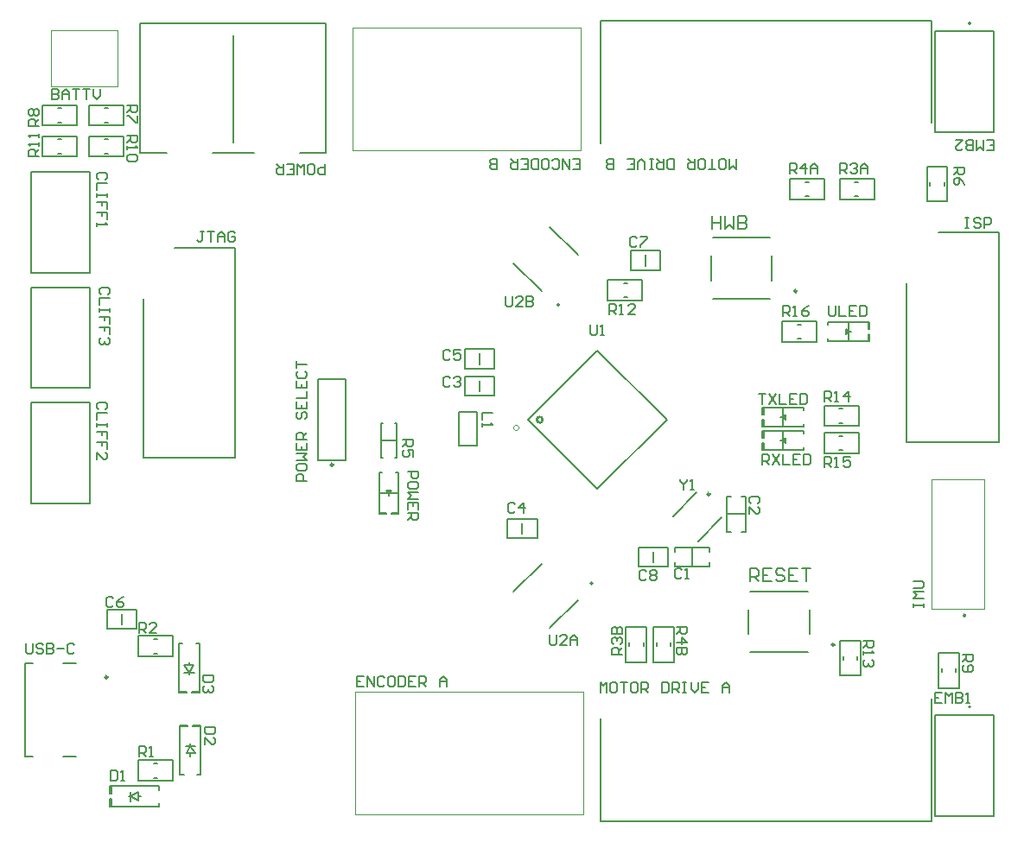
<source format=gto>
G04*
G04 #@! TF.GenerationSoftware,Altium Limited,Altium Designer,25.6.2 (33)*
G04*
G04 Layer_Color=65535*
%FSLAX25Y25*%
%MOIN*%
G70*
G04*
G04 #@! TF.SameCoordinates,CE49FCD3-F284-452D-968F-53FA369C6713*
G04*
G04*
G04 #@! TF.FilePolarity,Positive*
G04*
G01*
G75*
%ADD10C,0.00787*%
%ADD11C,0.00984*%
%ADD12C,0.01000*%
%ADD13C,0.00000*%
%ADD14C,0.00394*%
%ADD15C,0.00591*%
%ADD16C,0.00600*%
%ADD17C,0.00500*%
%ADD18C,0.00800*%
D10*
X367894Y310480D02*
G03*
X367894Y310480I-394J0D01*
G01*
X209224Y201836D02*
G03*
X209224Y201836I-394J0D01*
G01*
X222058Y94330D02*
G03*
X222058Y94330I-394J0D01*
G01*
X367961Y46638D02*
G03*
X367961Y46638I-394J0D01*
G01*
X355500Y229961D02*
X378807D01*
Y148858D02*
Y229961D01*
X343177Y148858D02*
X378807D01*
X343177D02*
Y210000D01*
X352937Y272051D02*
Y311421D01*
X225063D02*
X352937D01*
X225063Y264177D02*
Y311421D01*
X75626Y260500D02*
X91374D01*
X83500Y264437D02*
Y305776D01*
X109091Y260500D02*
X119327D01*
Y310500D01*
X47673D02*
X119327D01*
X47673Y260500D02*
Y310500D01*
Y260500D02*
X57910D01*
X5649Y169669D02*
Y208646D01*
X28288D01*
Y169669D02*
Y208646D01*
X5649Y169669D02*
X28288D01*
X5649Y125169D02*
Y164146D01*
X28288D01*
Y125169D02*
Y164146D01*
X5649Y125169D02*
X28288D01*
X5649Y214169D02*
Y253146D01*
X28288D01*
Y214169D02*
Y253146D01*
X5649Y214169D02*
X28288D01*
X61000Y223961D02*
X84307D01*
Y142858D02*
Y223961D01*
X48677Y142858D02*
X84307D01*
X48677D02*
Y204000D01*
X116205Y173091D02*
X126795D01*
X116205Y141909D02*
Y173091D01*
Y141909D02*
X126795D01*
Y173091D01*
X262778Y110535D02*
X271965Y119722D01*
X253035Y120278D02*
X262222Y129465D01*
X291311Y211177D02*
Y220823D01*
X268378Y227811D02*
X290622D01*
X267689Y211177D02*
Y220823D01*
X268378Y204189D02*
X290622D01*
X305811Y74677D02*
Y84323D01*
X282878Y91311D02*
X305122D01*
X282189Y74677D02*
Y84323D01*
X282878Y67689D02*
X305122D01*
X225063Y2630D02*
Y42000D01*
Y2630D02*
X352937D01*
Y49874D01*
X66500Y62681D02*
Y63862D01*
Y59138D02*
Y59925D01*
X64531Y62681D02*
X68075D01*
X64531D02*
X66500Y59925D01*
X68075Y62681D01*
X64531Y59925D02*
X68468D01*
X46681Y12000D02*
X47862D01*
X43138D02*
X43925D01*
X46681Y10425D02*
Y13969D01*
X43925Y12000D02*
X46681Y13969D01*
X43925Y12000D02*
X46681Y10425D01*
X43925Y10031D02*
Y13969D01*
X67000Y27638D02*
Y28819D01*
Y31575D02*
Y32362D01*
X65425Y28819D02*
X68968D01*
X67000Y31575D02*
X68968Y28819D01*
X65425D02*
X67000Y31575D01*
X65031D02*
X68968D01*
X17779Y63492D02*
X22701D01*
X3311D02*
X6165D01*
X3311Y27508D02*
Y63492D01*
X17779Y27508D02*
X22701D01*
X3311D02*
X6165D01*
D11*
X121992Y140138D02*
G03*
X121992Y140138I-492J0D01*
G01*
X267307Y128769D02*
G03*
X267307Y128769I-492J0D01*
G01*
X300858Y207142D02*
G03*
X300858Y207142I-492J0D01*
G01*
X315358Y70642D02*
G03*
X315358Y70642I-492J0D01*
G01*
X35004Y58079D02*
G03*
X35004Y58079I-492J0D01*
G01*
D12*
X365800Y82000D02*
G03*
X365800Y82000I-300J0D01*
G01*
X202842Y157500D02*
G03*
X202842Y157500I-1113J0D01*
G01*
D13*
X193681Y154298D02*
G03*
X193681Y154298I-1000J0D01*
G01*
D14*
X129563Y261626D02*
X217437D01*
X129563D02*
Y308870D01*
X217437D01*
Y261626D02*
Y308870D01*
X38795Y286213D02*
Y307787D01*
X13205Y286213D02*
X38795D01*
X13205D02*
Y307787D01*
X38795D01*
X352961Y84598D02*
X373039D01*
X352961D02*
Y134402D01*
X373039D01*
Y84598D02*
Y134402D01*
X130563Y52374D02*
X218437D01*
Y5130D02*
Y52374D01*
X130563Y5130D02*
X218437D01*
X130563D02*
Y52374D01*
D15*
X294634Y149500D02*
X295634D01*
X296634Y148500D02*
Y150500D01*
X295634Y145957D02*
Y153043D01*
X288134Y150500D02*
Y153043D01*
X303634D01*
Y152256D02*
Y153043D01*
X288134Y145957D02*
Y148500D01*
Y145957D02*
X303634D01*
Y146744D01*
X287634Y150500D02*
X288134D01*
X287634D02*
Y153043D01*
X288134D01*
X287634Y145957D02*
X288134D01*
X287634D02*
Y148500D01*
X288134D01*
X295634Y149500D02*
X296634Y148500D01*
X295634Y149500D02*
X296634Y150500D01*
X294634Y158500D02*
X295634D01*
X296634Y157500D02*
Y159500D01*
X295634Y154957D02*
Y162043D01*
X288134Y159500D02*
Y162043D01*
X303634D01*
Y161256D02*
Y162043D01*
X288134Y154957D02*
Y157500D01*
Y154957D02*
X303634D01*
Y155744D01*
X287634Y159500D02*
X288134D01*
X287634D02*
Y162043D01*
X288134D01*
X287634Y154957D02*
X288134D01*
X287634D02*
Y157500D01*
X288134D01*
X295634Y158500D02*
X296634Y157500D01*
X295634Y158500D02*
X296634Y159500D01*
X321000Y191500D02*
X322000D01*
X320000Y190500D02*
Y192500D01*
X321000Y187957D02*
Y195043D01*
X328500Y187957D02*
Y190500D01*
X313000Y187957D02*
X328500D01*
X313000D02*
Y188744D01*
X328500Y192500D02*
Y195043D01*
X313000D02*
X328500D01*
X313000Y194256D02*
Y195043D01*
X328500Y190500D02*
X329000D01*
Y187957D02*
Y190500D01*
X328500Y187957D02*
X329000D01*
X328500Y195043D02*
X329000D01*
Y192500D02*
Y195043D01*
X328500Y192500D02*
X329000D01*
X320000D02*
X321000Y191500D01*
X320000Y190500D02*
X321000Y191500D01*
X140350Y142807D02*
X141138D01*
X140350D02*
Y156193D01*
X141138D01*
X145862Y142807D02*
X146650D01*
Y156193D01*
X145862D02*
X146650D01*
X140350Y149500D02*
X146650D01*
X139957Y129000D02*
X147043D01*
X139957Y121500D02*
X142500D01*
X139957D02*
Y137000D01*
X140744D01*
X144500Y121500D02*
X147043D01*
Y137000D01*
X146256D02*
X147043D01*
X142500Y121000D02*
Y121500D01*
X139957Y121000D02*
X142500D01*
X139957D02*
Y121500D01*
X147043Y121000D02*
Y121500D01*
X144500Y121000D02*
X147043D01*
X144500D02*
Y121500D01*
X143500Y128000D02*
Y129000D01*
X142500Y130000D02*
X144500D01*
X143500Y129000D02*
X144500Y130000D01*
X142500D02*
X143500Y129000D01*
X273957Y121000D02*
X281043D01*
X273957Y127693D02*
X275532D01*
X273957Y114307D02*
Y127693D01*
Y114307D02*
X275532D01*
X279468D02*
X281043D01*
Y127693D01*
X279468D02*
X281043D01*
X260500Y100957D02*
Y108043D01*
X267193Y106468D02*
Y108043D01*
X253807D02*
X267193D01*
X253807Y106468D02*
Y108043D01*
Y100957D02*
Y102532D01*
Y100957D02*
X267193D01*
Y102532D01*
X62500Y71000D02*
X63842D01*
X69157D02*
X70500D01*
X62500Y52500D02*
Y71000D01*
X70500Y52500D02*
Y71000D01*
X62500Y52500D02*
X65500D01*
Y52000D02*
Y52500D01*
X62500Y52000D02*
X65500D01*
X62500D02*
Y52500D01*
X70500Y52000D02*
Y52500D01*
X67500Y52000D02*
X70500D01*
X67500D02*
Y52500D01*
X70500D01*
X55000Y14658D02*
Y16000D01*
Y8000D02*
Y9342D01*
X36500Y16000D02*
X55000D01*
X36500Y8000D02*
X55000D01*
X36500Y13000D02*
Y16000D01*
X36000Y13000D02*
X36500D01*
X36000D02*
Y16000D01*
X36500D01*
X36000Y8000D02*
X36500D01*
X36000D02*
Y11000D01*
X36500D01*
Y8000D02*
Y11000D01*
X69657Y20500D02*
X71000D01*
X63000D02*
X64342D01*
X71000D02*
Y39000D01*
X63000Y20500D02*
Y39000D01*
X68000D02*
X71000D01*
X68000D02*
Y39500D01*
X71000D01*
Y39000D02*
Y39500D01*
X63000Y39000D02*
Y39500D01*
X66000D01*
Y39000D02*
Y39500D01*
X63000Y39000D02*
X66000D01*
D16*
X311400Y144500D02*
Y152400D01*
Y144500D02*
X324800D01*
Y152400D01*
X311400D02*
X324800D01*
X311400Y155000D02*
Y162900D01*
Y155000D02*
X324800D01*
Y162900D01*
X311400D02*
X324800D01*
X308600Y187600D02*
Y195500D01*
X295200D02*
X308600D01*
X295200Y187600D02*
Y195500D01*
Y187600D02*
X308600D01*
X248300Y215300D02*
Y222700D01*
X236700D02*
X248300D01*
X236700Y215300D02*
Y222700D01*
Y215300D02*
X248300D01*
X242500Y216933D02*
Y221067D01*
X241340Y203600D02*
Y211500D01*
X227940D02*
X241340D01*
X227940Y203600D02*
Y211500D01*
Y203600D02*
X241340D01*
X351100Y241900D02*
X359000D01*
Y255300D01*
X351100D02*
X359000D01*
X351100Y241900D02*
Y255300D01*
X317400Y242500D02*
Y250400D01*
Y242500D02*
X330800D01*
Y250400D01*
X317400D02*
X330800D01*
X311600Y242500D02*
Y250400D01*
X298200D02*
X311600D01*
X298200Y242500D02*
Y250400D01*
Y242500D02*
X311600D01*
X27900Y259000D02*
Y266900D01*
Y259000D02*
X41300D01*
Y266900D01*
X27900D02*
X41300D01*
X27900Y271000D02*
Y278900D01*
Y271000D02*
X41300D01*
Y278900D01*
X27900D02*
X41300D01*
X9900Y271000D02*
Y278900D01*
Y271000D02*
X23300D01*
Y278900D01*
X9900D02*
X23300D01*
X9900Y259000D02*
Y266900D01*
Y259000D02*
X23300D01*
Y266900D01*
X9900D02*
X23300D01*
X172700Y166800D02*
Y174200D01*
Y166800D02*
X184300D01*
Y174200D01*
X172700D02*
X184300D01*
X178500Y168433D02*
Y172567D01*
X172700Y177300D02*
Y184700D01*
Y177300D02*
X184300D01*
Y184700D01*
X172700D02*
X184300D01*
X178500Y178933D02*
Y183067D01*
X189200Y111800D02*
Y119200D01*
Y111800D02*
X200800D01*
Y119200D01*
X189200D02*
X200800D01*
X195000Y113433D02*
Y117567D01*
X251300Y100800D02*
Y108200D01*
X239700D02*
X251300D01*
X239700Y100800D02*
Y108200D01*
Y100800D02*
X251300D01*
X245500Y102433D02*
Y106567D01*
X355500Y67360D02*
X363400D01*
X355500Y53960D02*
Y67360D01*
Y53960D02*
X363400D01*
Y67360D01*
X317500Y72100D02*
X325400D01*
X317500Y58700D02*
Y72100D01*
Y58700D02*
X325400D01*
Y72100D01*
X235000Y77360D02*
X242900D01*
X235000Y63960D02*
Y77360D01*
Y63960D02*
X242900D01*
Y77360D01*
X245500D02*
X253400D01*
X245500Y63960D02*
Y77360D01*
Y63960D02*
X253400D01*
Y77360D01*
X46300Y76800D02*
Y84200D01*
X34700D02*
X46300D01*
X34700Y76800D02*
Y84200D01*
Y76800D02*
X46300D01*
X40500Y78433D02*
Y82567D01*
X60100Y66100D02*
Y74000D01*
X46700D02*
X60100D01*
X46700Y66100D02*
Y74000D01*
Y66100D02*
X60100D01*
Y18100D02*
Y26000D01*
X46700D02*
X60100D01*
X46700Y18100D02*
Y26000D01*
Y18100D02*
X60100D01*
X214662Y254001D02*
X217328D01*
Y257999D01*
X214662D01*
X217328Y256000D02*
X215995D01*
X213329Y257999D02*
Y254001D01*
X210663Y257999D01*
Y254001D01*
X206664Y254667D02*
X207331Y254001D01*
X208664D01*
X209330Y254667D01*
Y257333D01*
X208664Y257999D01*
X207331D01*
X206664Y257333D01*
X203332Y254001D02*
X204665D01*
X205332Y254667D01*
Y257333D01*
X204665Y257999D01*
X203332D01*
X202666Y257333D01*
Y254667D01*
X203332Y254001D01*
X201333D02*
Y257999D01*
X199334D01*
X198667Y257333D01*
Y254667D01*
X199334Y254001D01*
X201333D01*
X194668D02*
X197334D01*
Y257999D01*
X194668D01*
X197334Y256000D02*
X196001D01*
X193335Y257999D02*
Y254001D01*
X191336D01*
X190670Y254667D01*
Y256000D01*
X191336Y256666D01*
X193335D01*
X192003D02*
X190670Y257999D01*
X185338Y254001D02*
Y257999D01*
X183339D01*
X182672Y257333D01*
Y256666D01*
X183339Y256000D01*
X185338D01*
X183339D01*
X182672Y255334D01*
Y254667D01*
X183339Y254001D01*
X185338D01*
X287670Y140001D02*
Y143999D01*
X289669D01*
X290335Y143333D01*
Y142000D01*
X289669Y141333D01*
X287670D01*
X289003D02*
X290335Y140001D01*
X291668Y143999D02*
X294334Y140001D01*
Y143999D02*
X291668Y140001D01*
X295667Y143999D02*
Y140001D01*
X298333D01*
X302332Y143999D02*
X299666D01*
Y140001D01*
X302332D01*
X299666Y142000D02*
X300999D01*
X303664Y143999D02*
Y140001D01*
X305664D01*
X306330Y140667D01*
Y143333D01*
X305664Y143999D01*
X303664D01*
X286170Y167499D02*
X288836D01*
X287503D01*
Y163501D01*
X290168Y167499D02*
X292834Y163501D01*
Y167499D02*
X290168Y163501D01*
X294167Y167499D02*
Y163501D01*
X296833D01*
X300832Y167499D02*
X298166D01*
Y163501D01*
X300832D01*
X298166Y165500D02*
X299499D01*
X302165Y167499D02*
Y163501D01*
X304164D01*
X304830Y164167D01*
Y166833D01*
X304164Y167499D01*
X302165D01*
X311502Y139001D02*
Y142999D01*
X313501D01*
X314167Y142333D01*
Y141000D01*
X313501Y140333D01*
X311502D01*
X312835D02*
X314167Y139001D01*
X315500D02*
X316833D01*
X316167D01*
Y142999D01*
X315500Y142333D01*
X321498Y142999D02*
X318833D01*
Y141000D01*
X320165Y141666D01*
X320832D01*
X321498Y141000D01*
Y139667D01*
X320832Y139001D01*
X319499D01*
X318833Y139667D01*
X311502Y164501D02*
Y168499D01*
X313501D01*
X314167Y167833D01*
Y166500D01*
X313501Y165833D01*
X311502D01*
X312835D02*
X314167Y164501D01*
X315500D02*
X316833D01*
X316167D01*
Y168499D01*
X315500Y167833D01*
X320832Y164501D02*
Y168499D01*
X318833Y166500D01*
X321498D01*
X313169Y201499D02*
Y198167D01*
X313836Y197501D01*
X315168D01*
X315835Y198167D01*
Y201499D01*
X317168D02*
Y197501D01*
X319834D01*
X323832Y201499D02*
X321166D01*
Y197501D01*
X323832D01*
X321166Y199500D02*
X322499D01*
X325165Y201499D02*
Y197501D01*
X327165D01*
X327831Y198167D01*
Y200833D01*
X327165Y201499D01*
X325165D01*
X295502Y197501D02*
Y201499D01*
X297501D01*
X298167Y200833D01*
Y199500D01*
X297501Y198834D01*
X295502D01*
X296834D02*
X298167Y197501D01*
X299500D02*
X300833D01*
X300167D01*
Y201499D01*
X299500Y200833D01*
X305498Y201499D02*
X304166Y200833D01*
X302833Y199500D01*
Y198167D01*
X303499Y197501D01*
X304832D01*
X305498Y198167D01*
Y198834D01*
X304832Y199500D01*
X302833D01*
X366002Y235499D02*
X367335D01*
X366668D01*
Y231501D01*
X366002D01*
X367335D01*
X372000Y234833D02*
X371333Y235499D01*
X370000D01*
X369334Y234833D01*
Y234166D01*
X370000Y233500D01*
X371333D01*
X372000Y232834D01*
Y232167D01*
X371333Y231501D01*
X370000D01*
X369334Y232167D01*
X373333Y231501D02*
Y235499D01*
X375332D01*
X375998Y234833D01*
Y233500D01*
X375332Y232834D01*
X373333D01*
X239334Y227333D02*
X238667Y227999D01*
X237334D01*
X236668Y227333D01*
Y224667D01*
X237334Y224001D01*
X238667D01*
X239334Y224667D01*
X240667Y227999D02*
X243332D01*
Y227333D01*
X240667Y224667D01*
Y224001D01*
X228502Y198001D02*
Y201999D01*
X230501D01*
X231167Y201333D01*
Y200000D01*
X230501Y199334D01*
X228502D01*
X229835D02*
X231167Y198001D01*
X232500D02*
X233833D01*
X233167D01*
Y201999D01*
X232500Y201333D01*
X238498Y198001D02*
X235833D01*
X238498Y200666D01*
Y201333D01*
X237832Y201999D01*
X236499D01*
X235833Y201333D01*
X361501Y254832D02*
X365499D01*
Y252833D01*
X364833Y252166D01*
X363500D01*
X362834Y252833D01*
Y254832D01*
Y253499D02*
X361501Y252166D01*
X365499Y248168D02*
X364833Y249501D01*
X363500Y250834D01*
X362167D01*
X361501Y250167D01*
Y248834D01*
X362167Y248168D01*
X362834D01*
X363500Y248834D01*
Y250834D01*
X374165Y261501D02*
X376831D01*
Y265499D01*
X374165D01*
X376831Y263500D02*
X375498D01*
X372832Y265499D02*
Y261501D01*
X371499Y262834D01*
X370166Y261501D01*
Y265499D01*
X368833Y261501D02*
Y265499D01*
X366834D01*
X366168Y264833D01*
Y264166D01*
X366834Y263500D01*
X368833D01*
X366834D01*
X366168Y262834D01*
Y262167D01*
X366834Y261501D01*
X368833D01*
X362169Y265499D02*
X364835D01*
X362169Y262834D01*
Y262167D01*
X362836Y261501D01*
X364168D01*
X364835Y262167D01*
X317668Y252501D02*
Y256499D01*
X319668D01*
X320334Y255833D01*
Y254500D01*
X319668Y253834D01*
X317668D01*
X319001D02*
X320334Y252501D01*
X321667Y255833D02*
X322334Y256499D01*
X323666D01*
X324333Y255833D01*
Y255166D01*
X323666Y254500D01*
X323000D01*
X323666D01*
X324333Y253834D01*
Y253167D01*
X323666Y252501D01*
X322334D01*
X321667Y253167D01*
X325666Y252501D02*
Y255166D01*
X326999Y256499D01*
X328332Y255166D01*
Y252501D01*
Y254500D01*
X325666D01*
X298168Y252501D02*
Y256499D01*
X300168D01*
X300834Y255833D01*
Y254500D01*
X300168Y253834D01*
X298168D01*
X299501D02*
X300834Y252501D01*
X304166D02*
Y256499D01*
X302167Y254500D01*
X304833D01*
X306166Y252501D02*
Y255166D01*
X307499Y256499D01*
X308832Y255166D01*
Y252501D01*
Y254500D01*
X306166D01*
X277492Y257999D02*
Y254001D01*
X276159Y255334D01*
X274826Y254001D01*
Y257999D01*
X271494Y254001D02*
X272827D01*
X273493Y254667D01*
Y257333D01*
X272827Y257999D01*
X271494D01*
X270827Y257333D01*
Y254667D01*
X271494Y254001D01*
X269495D02*
X266829D01*
X268162D01*
Y257999D01*
X263496Y254001D02*
X264829D01*
X265496Y254667D01*
Y257333D01*
X264829Y257999D01*
X263496D01*
X262830Y257333D01*
Y254667D01*
X263496Y254001D01*
X261497Y257999D02*
Y254001D01*
X259498D01*
X258831Y254667D01*
Y256000D01*
X259498Y256666D01*
X261497D01*
X260164D02*
X258831Y257999D01*
X253500Y254001D02*
Y257999D01*
X251500D01*
X250834Y257333D01*
Y254667D01*
X251500Y254001D01*
X253500D01*
X249501Y257999D02*
Y254001D01*
X247502D01*
X246835Y254667D01*
Y256000D01*
X247502Y256666D01*
X249501D01*
X248168D02*
X246835Y257999D01*
X245502Y254001D02*
X244169D01*
X244836D01*
Y257999D01*
X245502D01*
X244169D01*
X242170Y254001D02*
Y256666D01*
X240837Y257999D01*
X239504Y256666D01*
Y254001D01*
X235506D02*
X238171D01*
Y257999D01*
X235506D01*
X238171Y256000D02*
X236838D01*
X230174Y254001D02*
Y257999D01*
X228174D01*
X227508Y257333D01*
Y256666D01*
X228174Y256000D01*
X230174D01*
X228174D01*
X227508Y255334D01*
Y254667D01*
X228174Y254001D01*
X230174D01*
X118830Y255999D02*
Y252001D01*
X116831D01*
X116165Y252667D01*
Y254000D01*
X116831Y254666D01*
X118830D01*
X112832Y252001D02*
X114165D01*
X114832Y252667D01*
Y255333D01*
X114165Y255999D01*
X112832D01*
X112166Y255333D01*
Y252667D01*
X112832Y252001D01*
X110833D02*
Y255999D01*
X109500Y254666D01*
X108167Y255999D01*
Y252001D01*
X104168D02*
X106834D01*
Y255999D01*
X104168D01*
X106834Y254000D02*
X105501D01*
X102836Y255999D02*
Y252001D01*
X100836D01*
X100170Y252667D01*
Y254000D01*
X100836Y254666D01*
X102836D01*
X101503D02*
X100170Y255999D01*
X13670Y284999D02*
Y281001D01*
X15669D01*
X16335Y281667D01*
Y282334D01*
X15669Y283000D01*
X13670D01*
X15669D01*
X16335Y283666D01*
Y284333D01*
X15669Y284999D01*
X13670D01*
X17668Y281001D02*
Y283666D01*
X19001Y284999D01*
X20334Y283666D01*
Y281001D01*
Y283000D01*
X17668D01*
X21667Y284999D02*
X24333D01*
X23000D01*
Y281001D01*
X25666Y284999D02*
X28332D01*
X26999D01*
Y281001D01*
X29664Y284999D02*
Y282334D01*
X30997Y281001D01*
X32330Y282334D01*
Y284999D01*
X42501Y266998D02*
X46499D01*
Y264999D01*
X45833Y264333D01*
X44500D01*
X43834Y264999D01*
Y266998D01*
Y265666D02*
X42501Y264333D01*
Y263000D02*
Y261667D01*
Y262333D01*
X46499D01*
X45833Y263000D01*
Y259667D02*
X46499Y259001D01*
Y257668D01*
X45833Y257002D01*
X43167D01*
X42501Y257668D01*
Y259001D01*
X43167Y259667D01*
X45833D01*
X42501Y278832D02*
X46499D01*
Y276833D01*
X45833Y276166D01*
X44500D01*
X43834Y276833D01*
Y278832D01*
Y277499D02*
X42501Y276166D01*
X46499Y274833D02*
Y272168D01*
X45833D01*
X43167Y274833D01*
X42501D01*
X8499Y270668D02*
X4501D01*
Y272667D01*
X5167Y273334D01*
X6500D01*
X7166Y272667D01*
Y270668D01*
Y272001D02*
X8499Y273334D01*
X5167Y274667D02*
X4501Y275333D01*
Y276666D01*
X5167Y277332D01*
X5834D01*
X6500Y276666D01*
X7166Y277332D01*
X7833D01*
X8499Y276666D01*
Y275333D01*
X7833Y274667D01*
X7166D01*
X6500Y275333D01*
X5834Y274667D01*
X5167D01*
X6500Y275333D02*
Y276666D01*
X8499Y259168D02*
X4501D01*
Y261167D01*
X5167Y261834D01*
X6500D01*
X7166Y261167D01*
Y259168D01*
Y260501D02*
X8499Y261834D01*
Y263167D02*
Y264500D01*
Y263833D01*
X4501D01*
X5167Y263167D01*
X8499Y266499D02*
Y267832D01*
Y267165D01*
X4501D01*
X5167Y266499D01*
X35333Y205831D02*
X35999Y206497D01*
Y207830D01*
X35333Y208496D01*
X32667D01*
X32001Y207830D01*
Y206497D01*
X32667Y205831D01*
X35999Y204498D02*
X32001D01*
Y201832D01*
X35999Y200499D02*
Y199166D01*
Y199833D01*
X32001D01*
Y200499D01*
Y199166D01*
X35999Y194501D02*
Y197167D01*
X34000D01*
Y195834D01*
Y197167D01*
X32001D01*
X35999Y190502D02*
Y193168D01*
X34000D01*
Y191835D01*
Y193168D01*
X32001D01*
X35333Y189169D02*
X35999Y188503D01*
Y187170D01*
X35333Y186504D01*
X34666D01*
X34000Y187170D01*
Y187836D01*
Y187170D01*
X33334Y186504D01*
X32667D01*
X32001Y187170D01*
Y188503D01*
X32667Y189169D01*
X34333Y161331D02*
X34999Y161997D01*
Y163330D01*
X34333Y163997D01*
X31667D01*
X31001Y163330D01*
Y161997D01*
X31667Y161331D01*
X34999Y159998D02*
X31001D01*
Y157332D01*
X34999Y155999D02*
Y154666D01*
Y155333D01*
X31001D01*
Y155999D01*
Y154666D01*
X34999Y150001D02*
Y152667D01*
X33000D01*
Y151334D01*
Y152667D01*
X31001D01*
X34999Y146002D02*
Y148668D01*
X33000D01*
Y147335D01*
Y148668D01*
X31001D01*
Y142004D02*
Y144669D01*
X33666Y142004D01*
X34333D01*
X34999Y142670D01*
Y144003D01*
X34333Y144669D01*
Y250164D02*
X34999Y250831D01*
Y252164D01*
X34333Y252830D01*
X31667D01*
X31001Y252164D01*
Y250831D01*
X31667Y250164D01*
X34999Y248831D02*
X31001D01*
Y246165D01*
X34999Y244833D02*
Y243500D01*
Y244166D01*
X31001D01*
Y244833D01*
Y243500D01*
X34999Y238835D02*
Y241500D01*
X33000D01*
Y240167D01*
Y241500D01*
X31001D01*
X34999Y234836D02*
Y237502D01*
X33000D01*
Y236169D01*
Y237502D01*
X31001D01*
Y233503D02*
Y232170D01*
Y232837D01*
X34999D01*
X34333Y233503D01*
X188668Y204999D02*
Y201667D01*
X189335Y201001D01*
X190668D01*
X191334Y201667D01*
Y204999D01*
X195333Y201001D02*
X192667D01*
X195333Y203666D01*
Y204333D01*
X194667Y204999D01*
X193333D01*
X192667Y204333D01*
X196666Y204999D02*
Y201001D01*
X198665D01*
X199332Y201667D01*
Y202333D01*
X198665Y203000D01*
X196666D01*
X198665D01*
X199332Y203666D01*
Y204333D01*
X198665Y204999D01*
X196666D01*
X72335Y229999D02*
X71002D01*
X71668D01*
Y226667D01*
X71002Y226001D01*
X70336D01*
X69669Y226667D01*
X73668Y229999D02*
X76334D01*
X75001D01*
Y226001D01*
X77666D02*
Y228666D01*
X78999Y229999D01*
X80332Y228666D01*
Y226001D01*
Y228000D01*
X77666D01*
X84331Y229333D02*
X83665Y229999D01*
X82332D01*
X81665Y229333D01*
Y226667D01*
X82332Y226001D01*
X83665D01*
X84331Y226667D01*
Y228000D01*
X82998D01*
X167333Y173333D02*
X166667Y173999D01*
X165334D01*
X164668Y173333D01*
Y170667D01*
X165334Y170001D01*
X166667D01*
X167333Y170667D01*
X168667Y173333D02*
X169333Y173999D01*
X170666D01*
X171332Y173333D01*
Y172667D01*
X170666Y172000D01*
X169999D01*
X170666D01*
X171332Y171334D01*
Y170667D01*
X170666Y170001D01*
X169333D01*
X168667Y170667D01*
X167333Y183833D02*
X166667Y184499D01*
X165334D01*
X164668Y183833D01*
Y181167D01*
X165334Y180501D01*
X166667D01*
X167333Y181167D01*
X171332Y184499D02*
X168667D01*
Y182500D01*
X169999Y183167D01*
X170666D01*
X171332Y182500D01*
Y181167D01*
X170666Y180501D01*
X169333D01*
X168667Y181167D01*
X183499Y160166D02*
X179501D01*
Y157500D01*
Y156167D02*
Y154834D01*
Y155501D01*
X183499D01*
X182833Y156167D01*
X149001Y149832D02*
X152999D01*
Y147833D01*
X152333Y147167D01*
X151000D01*
X150333Y147833D01*
Y149832D01*
Y148499D02*
X149001Y147167D01*
X152999Y143168D02*
Y145834D01*
X151000D01*
X151666Y144501D01*
Y143834D01*
X151000Y143168D01*
X149667D01*
X149001Y143834D01*
Y145167D01*
X149667Y145834D01*
X151001Y137330D02*
X154999D01*
Y135331D01*
X154333Y134664D01*
X153000D01*
X152333Y135331D01*
Y137330D01*
X154999Y131332D02*
Y132665D01*
X154333Y133332D01*
X151667D01*
X151001Y132665D01*
Y131332D01*
X151667Y130666D01*
X154333D01*
X154999Y131332D01*
Y129333D02*
X151001D01*
X152333Y128000D01*
X151001Y126667D01*
X154999D01*
Y122668D02*
Y125334D01*
X151001D01*
Y122668D01*
X153000Y125334D02*
Y124001D01*
X151001Y121335D02*
X154999D01*
Y119336D01*
X154333Y118670D01*
X153000D01*
X152333Y119336D01*
Y121335D01*
Y120003D02*
X151001Y118670D01*
X111999Y133674D02*
X108001D01*
Y135674D01*
X108667Y136340D01*
X110000D01*
X110667Y135674D01*
Y133674D01*
X108001Y139672D02*
Y138339D01*
X108667Y137673D01*
X111333D01*
X111999Y138339D01*
Y139672D01*
X111333Y140339D01*
X108667D01*
X108001Y139672D01*
Y141672D02*
X111999D01*
X110667Y143005D01*
X111999Y144337D01*
X108001D01*
Y148336D02*
Y145670D01*
X111999D01*
Y148336D01*
X110000Y145670D02*
Y147003D01*
X111999Y149669D02*
X108001D01*
Y151668D01*
X108667Y152335D01*
X110000D01*
X110667Y151668D01*
Y149669D01*
Y151002D02*
X111999Y152335D01*
X108667Y160332D02*
X108001Y159666D01*
Y158333D01*
X108667Y157667D01*
X109334D01*
X110000Y158333D01*
Y159666D01*
X110667Y160332D01*
X111333D01*
X111999Y159666D01*
Y158333D01*
X111333Y157667D01*
X108001Y164331D02*
Y161665D01*
X111999D01*
Y164331D01*
X110000Y161665D02*
Y162998D01*
X108001Y165664D02*
X111999D01*
Y168330D01*
X108001Y172328D02*
Y169663D01*
X111999D01*
Y172328D01*
X110000Y169663D02*
Y170995D01*
X108667Y176327D02*
X108001Y175661D01*
Y174328D01*
X108667Y173661D01*
X111333D01*
X111999Y174328D01*
Y175661D01*
X111333Y176327D01*
X108001Y177660D02*
Y180326D01*
Y178993D01*
X111999D01*
X192333Y124833D02*
X191667Y125499D01*
X190334D01*
X189668Y124833D01*
Y122167D01*
X190334Y121501D01*
X191667D01*
X192333Y122167D01*
X195666Y121501D02*
Y125499D01*
X193667Y123500D01*
X196332D01*
X205668Y74499D02*
Y71167D01*
X206335Y70501D01*
X207668D01*
X208334Y71167D01*
Y74499D01*
X212333Y70501D02*
X209667D01*
X212333Y73166D01*
Y73833D01*
X211666Y74499D01*
X210334D01*
X209667Y73833D01*
X213666Y70501D02*
Y73166D01*
X214999Y74499D01*
X216332Y73166D01*
Y70501D01*
Y72500D01*
X213666D01*
X285833Y125166D02*
X286499Y125833D01*
Y127166D01*
X285833Y127832D01*
X283167D01*
X282501Y127166D01*
Y125833D01*
X283167Y125166D01*
X282501Y121168D02*
Y123834D01*
X285166Y121168D01*
X285833D01*
X286499Y121834D01*
Y123167D01*
X285833Y123834D01*
X255834Y134499D02*
Y133833D01*
X257167Y132500D01*
X258500Y133833D01*
Y134499D01*
X257167Y132500D02*
Y130501D01*
X259833D02*
X261166D01*
X260499D01*
Y134499D01*
X259833Y133833D01*
X256500Y99333D02*
X255834Y99999D01*
X254501D01*
X253834Y99333D01*
Y96667D01*
X254501Y96001D01*
X255834D01*
X256500Y96667D01*
X257833Y96001D02*
X259166D01*
X258499D01*
Y99999D01*
X257833Y99333D01*
X242834Y98833D02*
X242167Y99499D01*
X240834D01*
X240168Y98833D01*
Y96167D01*
X240834Y95501D01*
X242167D01*
X242834Y96167D01*
X244166Y98833D02*
X244833Y99499D01*
X246166D01*
X246832Y98833D01*
Y98166D01*
X246166Y97500D01*
X246832Y96834D01*
Y96167D01*
X246166Y95501D01*
X244833D01*
X244166Y96167D01*
Y96834D01*
X244833Y97500D01*
X244166Y98166D01*
Y98833D01*
X244833Y97500D02*
X246166D01*
X268336Y235999D02*
Y231001D01*
Y233500D01*
X271668D01*
Y235999D01*
Y231001D01*
X273334Y235999D02*
Y231001D01*
X275000Y232667D01*
X276666Y231001D01*
Y235999D01*
X278332D02*
Y231001D01*
X280831D01*
X281664Y231834D01*
Y232667D01*
X280831Y233500D01*
X278332D01*
X280831D01*
X281664Y234333D01*
Y235166D01*
X280831Y235999D01*
X278332D01*
X282837Y95001D02*
Y99999D01*
X285336D01*
X286169Y99166D01*
Y97500D01*
X285336Y96667D01*
X282837D01*
X284503D02*
X286169Y95001D01*
X291168Y99999D02*
X287836D01*
Y95001D01*
X291168D01*
X287836Y97500D02*
X289502D01*
X296166Y99166D02*
X295333Y99999D01*
X293667D01*
X292834Y99166D01*
Y98333D01*
X293667Y97500D01*
X295333D01*
X296166Y96667D01*
Y95834D01*
X295333Y95001D01*
X293667D01*
X292834Y95834D01*
X301165Y99999D02*
X297832D01*
Y95001D01*
X301165D01*
X297832Y97500D02*
X299498D01*
X302831Y99999D02*
X306163D01*
X304497D01*
Y95001D01*
X346001Y85002D02*
Y86335D01*
Y85668D01*
X349999D01*
Y85002D01*
Y86335D01*
Y88334D02*
X346001D01*
X347334Y89667D01*
X346001Y91000D01*
X349999D01*
X346001Y92333D02*
X349333D01*
X349999Y92999D01*
Y94332D01*
X349333Y94998D01*
X346001D01*
X365001Y66832D02*
X368999D01*
Y64833D01*
X368333Y64166D01*
X367000D01*
X366334Y64833D01*
Y66832D01*
Y65499D02*
X365001Y64166D01*
X365667Y62833D02*
X365001Y62167D01*
Y60834D01*
X365667Y60168D01*
X368333D01*
X368999Y60834D01*
Y62167D01*
X368333Y62833D01*
X367666D01*
X367000Y62167D01*
Y60168D01*
X326501Y71998D02*
X330499D01*
Y69999D01*
X329833Y69333D01*
X328500D01*
X327834Y69999D01*
Y71998D01*
Y70666D02*
X326501Y69333D01*
Y68000D02*
Y66667D01*
Y67333D01*
X330499D01*
X329833Y68000D01*
Y64667D02*
X330499Y64001D01*
Y62668D01*
X329833Y62002D01*
X329166D01*
X328500Y62668D01*
Y63335D01*
Y62668D01*
X327834Y62002D01*
X327167D01*
X326501Y62668D01*
Y64001D01*
X327167Y64667D01*
X233499Y66668D02*
X229501D01*
Y68668D01*
X230167Y69334D01*
X231500D01*
X232166Y68668D01*
Y66668D01*
Y68001D02*
X233499Y69334D01*
X230167Y70667D02*
X229501Y71334D01*
Y72667D01*
X230167Y73333D01*
X230834D01*
X231500Y72667D01*
Y72000D01*
Y72667D01*
X232166Y73333D01*
X232833D01*
X233499Y72667D01*
Y71334D01*
X232833Y70667D01*
X229501Y74666D02*
X233499D01*
Y76665D01*
X232833Y77332D01*
X232166D01*
X231500Y76665D01*
Y74666D01*
Y76665D01*
X230834Y77332D01*
X230167D01*
X229501Y76665D01*
Y74666D01*
X254501Y77332D02*
X258499D01*
Y75332D01*
X257833Y74666D01*
X256500D01*
X255834Y75332D01*
Y77332D01*
Y75999D02*
X254501Y74666D01*
Y71333D02*
X258499D01*
X256500Y73333D01*
Y70667D01*
X258499Y69334D02*
X254501D01*
Y67335D01*
X255167Y66668D01*
X255834D01*
X256500Y67335D01*
Y69334D01*
Y67335D01*
X257166Y66668D01*
X257833D01*
X258499Y67335D01*
Y69334D01*
X357001Y51999D02*
X354335D01*
Y48001D01*
X357001D01*
X354335Y50000D02*
X355668D01*
X358334Y48001D02*
Y51999D01*
X359667Y50666D01*
X361000Y51999D01*
Y48001D01*
X362333Y51999D02*
Y48001D01*
X364332D01*
X364999Y48667D01*
Y49334D01*
X364332Y50000D01*
X362333D01*
X364332D01*
X364999Y50666D01*
Y51333D01*
X364332Y51999D01*
X362333D01*
X366332Y48001D02*
X367665D01*
X366998D01*
Y51999D01*
X366332Y51333D01*
X225008Y52001D02*
Y55999D01*
X226341Y54666D01*
X227674Y55999D01*
Y52001D01*
X231006Y55999D02*
X229673D01*
X229007Y55333D01*
Y52667D01*
X229673Y52001D01*
X231006D01*
X231673Y52667D01*
Y55333D01*
X231006Y55999D01*
X233005D02*
X235671D01*
X234338D01*
Y52001D01*
X239003Y55999D02*
X237671D01*
X237004Y55333D01*
Y52667D01*
X237671Y52001D01*
X239003D01*
X239670Y52667D01*
Y55333D01*
X239003Y55999D01*
X241003Y52001D02*
Y55999D01*
X243002D01*
X243669Y55333D01*
Y54000D01*
X243002Y53334D01*
X241003D01*
X242336D02*
X243669Y52001D01*
X249000Y55999D02*
Y52001D01*
X251000D01*
X251666Y52667D01*
Y55333D01*
X251000Y55999D01*
X249000D01*
X252999Y52001D02*
Y55999D01*
X254998D01*
X255665Y55333D01*
Y54000D01*
X254998Y53334D01*
X252999D01*
X254332D02*
X255665Y52001D01*
X256998Y55999D02*
X258331D01*
X257664D01*
Y52001D01*
X256998D01*
X258331D01*
X260330Y55999D02*
Y53334D01*
X261663Y52001D01*
X262996Y53334D01*
Y55999D01*
X266995D02*
X264329D01*
Y52001D01*
X266995D01*
X264329Y54000D02*
X265662D01*
X272326Y52001D02*
Y54666D01*
X273659Y55999D01*
X274992Y54666D01*
Y52001D01*
Y54000D01*
X272326D01*
X133838Y58499D02*
X131172D01*
Y54501D01*
X133838D01*
X131172Y56500D02*
X132505D01*
X135171Y54501D02*
Y58499D01*
X137837Y54501D01*
Y58499D01*
X141835Y57833D02*
X141169Y58499D01*
X139836D01*
X139170Y57833D01*
Y55167D01*
X139836Y54501D01*
X141169D01*
X141835Y55167D01*
X145168Y58499D02*
X143835D01*
X143168Y57833D01*
Y55167D01*
X143835Y54501D01*
X145168D01*
X145834Y55167D01*
Y57833D01*
X145168Y58499D01*
X147167D02*
Y54501D01*
X149167D01*
X149833Y55167D01*
Y57833D01*
X149167Y58499D01*
X147167D01*
X153832D02*
X151166D01*
Y54501D01*
X153832D01*
X151166Y56500D02*
X152499D01*
X155165Y54501D02*
Y58499D01*
X157164D01*
X157830Y57833D01*
Y56500D01*
X157164Y55834D01*
X155165D01*
X156497D02*
X157830Y54501D01*
X163162D02*
Y57166D01*
X164495Y58499D01*
X165828Y57166D01*
Y54501D01*
Y56500D01*
X163162D01*
X221334Y193999D02*
Y190667D01*
X222001Y190001D01*
X223334D01*
X224000Y190667D01*
Y193999D01*
X225333Y190001D02*
X226666D01*
X225999D01*
Y193999D01*
X225333Y193333D01*
X37334Y88333D02*
X36667Y88999D01*
X35334D01*
X34668Y88333D01*
Y85667D01*
X35334Y85001D01*
X36667D01*
X37334Y85667D01*
X41332Y88999D02*
X39999Y88333D01*
X38666Y87000D01*
Y85667D01*
X39333Y85001D01*
X40666D01*
X41332Y85667D01*
Y86334D01*
X40666Y87000D01*
X38666D01*
X47168Y75001D02*
Y78999D01*
X49167D01*
X49834Y78333D01*
Y77000D01*
X49167Y76334D01*
X47168D01*
X48501D02*
X49834Y75001D01*
X53832D02*
X51166D01*
X53832Y77666D01*
Y78333D01*
X53166Y78999D01*
X51833D01*
X51166Y78333D01*
X75999Y58832D02*
X72001D01*
Y56833D01*
X72667Y56166D01*
X75333D01*
X75999Y56833D01*
Y58832D01*
X75333Y54834D02*
X75999Y54167D01*
Y52834D01*
X75333Y52168D01*
X74666D01*
X74000Y52834D01*
Y53501D01*
Y52834D01*
X73334Y52168D01*
X72667D01*
X72001Y52834D01*
Y54167D01*
X72667Y54834D01*
X36334Y21999D02*
Y18001D01*
X38334D01*
X39000Y18667D01*
Y21333D01*
X38334Y21999D01*
X36334D01*
X40333Y18001D02*
X41666D01*
X40999D01*
Y21999D01*
X40333Y21333D01*
X47334Y27501D02*
Y31499D01*
X49334D01*
X50000Y30833D01*
Y29500D01*
X49334Y28834D01*
X47334D01*
X48667D02*
X50000Y27501D01*
X51333D02*
X52666D01*
X51999D01*
Y31499D01*
X51333Y30833D01*
X76499Y38832D02*
X72501D01*
Y36833D01*
X73167Y36166D01*
X75833D01*
X76499Y36833D01*
Y38832D01*
X72501Y32168D02*
Y34833D01*
X75166Y32168D01*
X75833D01*
X76499Y32834D01*
Y34167D01*
X75833Y34833D01*
X3670Y70999D02*
Y67667D01*
X4336Y67001D01*
X5669D01*
X6335Y67667D01*
Y70999D01*
X10334Y70333D02*
X9668Y70999D01*
X8335D01*
X7668Y70333D01*
Y69666D01*
X8335Y69000D01*
X9668D01*
X10334Y68334D01*
Y67667D01*
X9668Y67001D01*
X8335D01*
X7668Y67667D01*
X11667Y70999D02*
Y67001D01*
X13667D01*
X14333Y67667D01*
Y68334D01*
X13667Y69000D01*
X11667D01*
X13667D01*
X14333Y69666D01*
Y70333D01*
X13667Y70999D01*
X11667D01*
X15666Y69000D02*
X18332D01*
X22330Y70333D02*
X21664Y70999D01*
X20331D01*
X19665Y70333D01*
Y67667D01*
X20331Y67001D01*
X21664D01*
X22330Y67667D01*
D17*
X317331Y145823D02*
X318669D01*
X317331Y151177D02*
X318669D01*
X317331Y156323D02*
X318669D01*
X317331Y161677D02*
X318669D01*
X301331Y194177D02*
X302669D01*
X301331Y188823D02*
X302669D01*
X234071Y210177D02*
X235409D01*
X234071Y204823D02*
X235409D01*
X357677Y247831D02*
Y249169D01*
X352323Y247831D02*
Y249169D01*
X354114Y268354D02*
X376752D01*
Y307331D01*
X354114D02*
X376752D01*
X354114Y268354D02*
Y307331D01*
X323331Y243823D02*
X324669D01*
X323331Y249177D02*
X324669D01*
X304331Y249077D02*
X305669D01*
X304331Y243723D02*
X305669D01*
X33831Y260323D02*
X35169D01*
X33831Y265677D02*
X35169D01*
X33831Y272323D02*
X35169D01*
X33831Y277677D02*
X35169D01*
X15831Y272323D02*
X17169D01*
X15831Y277677D02*
X17169D01*
X15831Y260323D02*
X17169D01*
X15831Y265677D02*
X17169D01*
X191542Y217899D02*
X202399Y207042D01*
X205601Y231958D02*
X216458Y221101D01*
X170500Y147500D02*
Y160500D01*
Y147500D02*
X177500D01*
Y160500D01*
X170500D02*
X177500D01*
X205601Y77042D02*
X216458Y87899D01*
X191542Y91101D02*
X202399Y101958D01*
X356823Y60091D02*
Y61429D01*
X362177Y60091D02*
Y61429D01*
X318823Y64831D02*
Y66169D01*
X324177Y64831D02*
Y66169D01*
X236323Y70091D02*
Y71429D01*
X241677Y70091D02*
Y71429D01*
X246823Y70091D02*
Y71429D01*
X252177Y70091D02*
Y71429D01*
X354181Y4512D02*
X376819D01*
Y43488D01*
X354181D02*
X376819D01*
X354181Y4512D02*
Y43488D01*
X52831Y72677D02*
X54169D01*
X52831Y67323D02*
X54169D01*
X52831Y24677D02*
X54169D01*
X52831Y19323D02*
X54169D01*
D18*
X197275Y157500D02*
X224000Y130775D01*
X250725Y157500D01*
X224000Y184225D02*
X250725Y157500D01*
X197275D02*
X224000Y184225D01*
M02*

</source>
